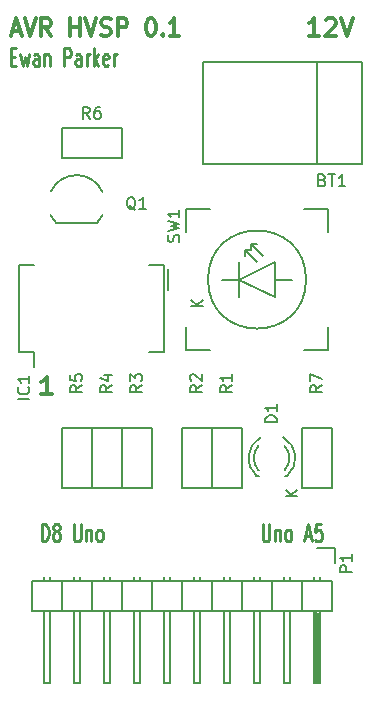
<source format=gbr>
G04 #@! TF.FileFunction,Legend,Top*
%FSLAX46Y46*%
G04 Gerber Fmt 4.6, Leading zero omitted, Abs format (unit mm)*
G04 Created by KiCad (PCBNEW 4.0.2+dfsg1-stable) date Thu 08 Aug 2019 19:13:25 BST*
%MOMM*%
G01*
G04 APERTURE LIST*
%ADD10C,0.100000*%
%ADD11C,0.300000*%
%ADD12C,0.250000*%
%ADD13C,0.150000*%
G04 APERTURE END LIST*
D10*
D11*
X140128572Y-117772571D02*
X139271429Y-117772571D01*
X139700001Y-117772571D02*
X139700001Y-116272571D01*
X139557144Y-116486857D01*
X139414286Y-116629714D01*
X139271429Y-116701143D01*
X162774429Y-87419571D02*
X161917286Y-87419571D01*
X162345858Y-87419571D02*
X162345858Y-85919571D01*
X162203001Y-86133857D01*
X162060143Y-86276714D01*
X161917286Y-86348143D01*
X163345857Y-86062429D02*
X163417286Y-85991000D01*
X163560143Y-85919571D01*
X163917286Y-85919571D01*
X164060143Y-85991000D01*
X164131572Y-86062429D01*
X164203000Y-86205286D01*
X164203000Y-86348143D01*
X164131572Y-86562429D01*
X163274429Y-87419571D01*
X164203000Y-87419571D01*
X164631571Y-85919571D02*
X165131571Y-87419571D01*
X165631571Y-85919571D01*
D12*
X136668428Y-89173857D02*
X137001762Y-89173857D01*
X137144619Y-89959571D02*
X136668428Y-89959571D01*
X136668428Y-88459571D01*
X137144619Y-88459571D01*
X137477952Y-88959571D02*
X137668428Y-89959571D01*
X137858905Y-89245286D01*
X138049381Y-89959571D01*
X138239857Y-88959571D01*
X139049381Y-89959571D02*
X139049381Y-89173857D01*
X139001762Y-89031000D01*
X138906524Y-88959571D01*
X138716047Y-88959571D01*
X138620809Y-89031000D01*
X139049381Y-89888143D02*
X138954143Y-89959571D01*
X138716047Y-89959571D01*
X138620809Y-89888143D01*
X138573190Y-89745286D01*
X138573190Y-89602429D01*
X138620809Y-89459571D01*
X138716047Y-89388143D01*
X138954143Y-89388143D01*
X139049381Y-89316714D01*
X139525571Y-88959571D02*
X139525571Y-89959571D01*
X139525571Y-89102429D02*
X139573190Y-89031000D01*
X139668428Y-88959571D01*
X139811286Y-88959571D01*
X139906524Y-89031000D01*
X139954143Y-89173857D01*
X139954143Y-89959571D01*
X141192238Y-89959571D02*
X141192238Y-88459571D01*
X141573191Y-88459571D01*
X141668429Y-88531000D01*
X141716048Y-88602429D01*
X141763667Y-88745286D01*
X141763667Y-88959571D01*
X141716048Y-89102429D01*
X141668429Y-89173857D01*
X141573191Y-89245286D01*
X141192238Y-89245286D01*
X142620810Y-89959571D02*
X142620810Y-89173857D01*
X142573191Y-89031000D01*
X142477953Y-88959571D01*
X142287476Y-88959571D01*
X142192238Y-89031000D01*
X142620810Y-89888143D02*
X142525572Y-89959571D01*
X142287476Y-89959571D01*
X142192238Y-89888143D01*
X142144619Y-89745286D01*
X142144619Y-89602429D01*
X142192238Y-89459571D01*
X142287476Y-89388143D01*
X142525572Y-89388143D01*
X142620810Y-89316714D01*
X143097000Y-89959571D02*
X143097000Y-88959571D01*
X143097000Y-89245286D02*
X143144619Y-89102429D01*
X143192238Y-89031000D01*
X143287476Y-88959571D01*
X143382715Y-88959571D01*
X143716048Y-89959571D02*
X143716048Y-88459571D01*
X143811286Y-89388143D02*
X144097001Y-89959571D01*
X144097001Y-88959571D02*
X143716048Y-89531000D01*
X144906525Y-89888143D02*
X144811287Y-89959571D01*
X144620810Y-89959571D01*
X144525572Y-89888143D01*
X144477953Y-89745286D01*
X144477953Y-89173857D01*
X144525572Y-89031000D01*
X144620810Y-88959571D01*
X144811287Y-88959571D01*
X144906525Y-89031000D01*
X144954144Y-89173857D01*
X144954144Y-89316714D01*
X144477953Y-89459571D01*
X145382715Y-89959571D02*
X145382715Y-88959571D01*
X145382715Y-89245286D02*
X145430334Y-89102429D01*
X145477953Y-89031000D01*
X145573191Y-88959571D01*
X145668430Y-88959571D01*
D11*
X136791667Y-86991000D02*
X137458333Y-86991000D01*
X136658333Y-87419571D02*
X137125000Y-85919571D01*
X137591667Y-87419571D01*
X137858333Y-85919571D02*
X138325000Y-87419571D01*
X138791667Y-85919571D01*
X140058333Y-87419571D02*
X139591667Y-86705286D01*
X139258333Y-87419571D02*
X139258333Y-85919571D01*
X139791667Y-85919571D01*
X139925000Y-85991000D01*
X139991667Y-86062429D01*
X140058333Y-86205286D01*
X140058333Y-86419571D01*
X139991667Y-86562429D01*
X139925000Y-86633857D01*
X139791667Y-86705286D01*
X139258333Y-86705286D01*
X141725000Y-87419571D02*
X141725000Y-85919571D01*
X141725000Y-86633857D02*
X142525000Y-86633857D01*
X142525000Y-87419571D02*
X142525000Y-85919571D01*
X142991667Y-85919571D02*
X143458334Y-87419571D01*
X143925001Y-85919571D01*
X144325001Y-87348143D02*
X144525001Y-87419571D01*
X144858334Y-87419571D01*
X144991667Y-87348143D01*
X145058334Y-87276714D01*
X145125001Y-87133857D01*
X145125001Y-86991000D01*
X145058334Y-86848143D01*
X144991667Y-86776714D01*
X144858334Y-86705286D01*
X144591667Y-86633857D01*
X144458334Y-86562429D01*
X144391667Y-86491000D01*
X144325001Y-86348143D01*
X144325001Y-86205286D01*
X144391667Y-86062429D01*
X144458334Y-85991000D01*
X144591667Y-85919571D01*
X144925001Y-85919571D01*
X145125001Y-85991000D01*
X145725000Y-87419571D02*
X145725000Y-85919571D01*
X146258334Y-85919571D01*
X146391667Y-85991000D01*
X146458334Y-86062429D01*
X146525000Y-86205286D01*
X146525000Y-86419571D01*
X146458334Y-86562429D01*
X146391667Y-86633857D01*
X146258334Y-86705286D01*
X145725000Y-86705286D01*
X148458334Y-85919571D02*
X148591667Y-85919571D01*
X148725001Y-85991000D01*
X148791667Y-86062429D01*
X148858334Y-86205286D01*
X148925001Y-86491000D01*
X148925001Y-86848143D01*
X148858334Y-87133857D01*
X148791667Y-87276714D01*
X148725001Y-87348143D01*
X148591667Y-87419571D01*
X148458334Y-87419571D01*
X148325001Y-87348143D01*
X148258334Y-87276714D01*
X148191667Y-87133857D01*
X148125001Y-86848143D01*
X148125001Y-86491000D01*
X148191667Y-86205286D01*
X148258334Y-86062429D01*
X148325001Y-85991000D01*
X148458334Y-85919571D01*
X149525000Y-87276714D02*
X149591667Y-87348143D01*
X149525000Y-87419571D01*
X149458334Y-87348143D01*
X149525000Y-87276714D01*
X149525000Y-87419571D01*
X150925001Y-87419571D02*
X150125001Y-87419571D01*
X150525001Y-87419571D02*
X150525001Y-85919571D01*
X150391667Y-86133857D01*
X150258334Y-86276714D01*
X150125001Y-86348143D01*
D12*
X158004523Y-128718571D02*
X158004523Y-129932857D01*
X158052142Y-130075714D01*
X158099761Y-130147143D01*
X158194999Y-130218571D01*
X158385476Y-130218571D01*
X158480714Y-130147143D01*
X158528333Y-130075714D01*
X158575952Y-129932857D01*
X158575952Y-128718571D01*
X159052142Y-129218571D02*
X159052142Y-130218571D01*
X159052142Y-129361429D02*
X159099761Y-129290000D01*
X159194999Y-129218571D01*
X159337857Y-129218571D01*
X159433095Y-129290000D01*
X159480714Y-129432857D01*
X159480714Y-130218571D01*
X160099761Y-130218571D02*
X160004523Y-130147143D01*
X159956904Y-130075714D01*
X159909285Y-129932857D01*
X159909285Y-129504286D01*
X159956904Y-129361429D01*
X160004523Y-129290000D01*
X160099761Y-129218571D01*
X160242619Y-129218571D01*
X160337857Y-129290000D01*
X160385476Y-129361429D01*
X160433095Y-129504286D01*
X160433095Y-129932857D01*
X160385476Y-130075714D01*
X160337857Y-130147143D01*
X160242619Y-130218571D01*
X160099761Y-130218571D01*
X161575952Y-129790000D02*
X162052143Y-129790000D01*
X161480714Y-130218571D02*
X161814047Y-128718571D01*
X162147381Y-130218571D01*
X162956905Y-128718571D02*
X162480714Y-128718571D01*
X162433095Y-129432857D01*
X162480714Y-129361429D01*
X162575952Y-129290000D01*
X162814048Y-129290000D01*
X162909286Y-129361429D01*
X162956905Y-129432857D01*
X163004524Y-129575714D01*
X163004524Y-129932857D01*
X162956905Y-130075714D01*
X162909286Y-130147143D01*
X162814048Y-130218571D01*
X162575952Y-130218571D01*
X162480714Y-130147143D01*
X162433095Y-130075714D01*
X139303095Y-130218571D02*
X139303095Y-128718571D01*
X139541190Y-128718571D01*
X139684048Y-128790000D01*
X139779286Y-128932857D01*
X139826905Y-129075714D01*
X139874524Y-129361429D01*
X139874524Y-129575714D01*
X139826905Y-129861429D01*
X139779286Y-130004286D01*
X139684048Y-130147143D01*
X139541190Y-130218571D01*
X139303095Y-130218571D01*
X140445952Y-129361429D02*
X140350714Y-129290000D01*
X140303095Y-129218571D01*
X140255476Y-129075714D01*
X140255476Y-129004286D01*
X140303095Y-128861429D01*
X140350714Y-128790000D01*
X140445952Y-128718571D01*
X140636429Y-128718571D01*
X140731667Y-128790000D01*
X140779286Y-128861429D01*
X140826905Y-129004286D01*
X140826905Y-129075714D01*
X140779286Y-129218571D01*
X140731667Y-129290000D01*
X140636429Y-129361429D01*
X140445952Y-129361429D01*
X140350714Y-129432857D01*
X140303095Y-129504286D01*
X140255476Y-129647143D01*
X140255476Y-129932857D01*
X140303095Y-130075714D01*
X140350714Y-130147143D01*
X140445952Y-130218571D01*
X140636429Y-130218571D01*
X140731667Y-130147143D01*
X140779286Y-130075714D01*
X140826905Y-129932857D01*
X140826905Y-129647143D01*
X140779286Y-129504286D01*
X140731667Y-129432857D01*
X140636429Y-129361429D01*
X142017381Y-128718571D02*
X142017381Y-129932857D01*
X142065000Y-130075714D01*
X142112619Y-130147143D01*
X142207857Y-130218571D01*
X142398334Y-130218571D01*
X142493572Y-130147143D01*
X142541191Y-130075714D01*
X142588810Y-129932857D01*
X142588810Y-128718571D01*
X143065000Y-129218571D02*
X143065000Y-130218571D01*
X143065000Y-129361429D02*
X143112619Y-129290000D01*
X143207857Y-129218571D01*
X143350715Y-129218571D01*
X143445953Y-129290000D01*
X143493572Y-129432857D01*
X143493572Y-130218571D01*
X144112619Y-130218571D02*
X144017381Y-130147143D01*
X143969762Y-130075714D01*
X143922143Y-129932857D01*
X143922143Y-129504286D01*
X143969762Y-129361429D01*
X144017381Y-129290000D01*
X144112619Y-129218571D01*
X144255477Y-129218571D01*
X144350715Y-129290000D01*
X144398334Y-129361429D01*
X144445953Y-129504286D01*
X144445953Y-129932857D01*
X144398334Y-130075714D01*
X144350715Y-130147143D01*
X144255477Y-130218571D01*
X144112619Y-130218571D01*
D13*
X137405000Y-114165000D02*
X138675000Y-114165000D01*
X137405000Y-106815000D02*
X138675000Y-106815000D01*
X149615000Y-106815000D02*
X148345000Y-106815000D01*
X149615000Y-114165000D02*
X148345000Y-114165000D01*
X137405000Y-114165000D02*
X137405000Y-106815000D01*
X149615000Y-114165000D02*
X149615000Y-106815000D01*
X138675000Y-114165000D02*
X138675000Y-115450000D01*
X140052305Y-102596990D02*
G75*
G03X140540000Y-103300000I2187695J996990D01*
G01*
X144427695Y-102596990D02*
G75*
G02X143940000Y-103300000I-2187695J996990D01*
G01*
X140540000Y-103300000D02*
X143940000Y-103300000D01*
X140055121Y-100606873D02*
G75*
G02X142240000Y-99200000I2184879J-993127D01*
G01*
X144424879Y-100606873D02*
G75*
G03X142240000Y-99200000I-2184879J-993127D01*
G01*
X165608000Y-98298000D02*
X166370000Y-98298000D01*
X166370000Y-98298000D02*
X166370000Y-89662000D01*
X166370000Y-89662000D02*
X165608000Y-89662000D01*
X162560000Y-98298000D02*
X162560000Y-89662000D01*
X152908000Y-98298000D02*
X152908000Y-89662000D01*
X165608000Y-89662000D02*
X152908000Y-89662000D01*
X165608000Y-98298000D02*
X152908000Y-98298000D01*
X156210000Y-120650000D02*
X156210000Y-125730000D01*
X156210000Y-125730000D02*
X153670000Y-125730000D01*
X153670000Y-125730000D02*
X153670000Y-120650000D01*
X153670000Y-120650000D02*
X156210000Y-120650000D01*
X153670000Y-120650000D02*
X153670000Y-125730000D01*
X153670000Y-125730000D02*
X151130000Y-125730000D01*
X151130000Y-125730000D02*
X151130000Y-120650000D01*
X151130000Y-120650000D02*
X153670000Y-120650000D01*
X148590000Y-120650000D02*
X148590000Y-125730000D01*
X148590000Y-125730000D02*
X146050000Y-125730000D01*
X146050000Y-125730000D02*
X146050000Y-120650000D01*
X146050000Y-120650000D02*
X148590000Y-120650000D01*
X146050000Y-120650000D02*
X146050000Y-125730000D01*
X146050000Y-125730000D02*
X143510000Y-125730000D01*
X143510000Y-125730000D02*
X143510000Y-120650000D01*
X143510000Y-120650000D02*
X146050000Y-120650000D01*
X143510000Y-120650000D02*
X143510000Y-125730000D01*
X143510000Y-125730000D02*
X140970000Y-125730000D01*
X140970000Y-125730000D02*
X140970000Y-120650000D01*
X140970000Y-120650000D02*
X143510000Y-120650000D01*
X140970000Y-95250000D02*
X146050000Y-95250000D01*
X146050000Y-95250000D02*
X146050000Y-97790000D01*
X146050000Y-97790000D02*
X140970000Y-97790000D01*
X140970000Y-97790000D02*
X140970000Y-95250000D01*
X161290000Y-125730000D02*
X161290000Y-120650000D01*
X161290000Y-120650000D02*
X163830000Y-120650000D01*
X163830000Y-120650000D02*
X163830000Y-125730000D01*
X163830000Y-125730000D02*
X161290000Y-125730000D01*
X164110000Y-130780000D02*
X162560000Y-130780000D01*
X164110000Y-132080000D02*
X164110000Y-130780000D01*
X162687000Y-136271000D02*
X162687000Y-142113000D01*
X162687000Y-142113000D02*
X162433000Y-142113000D01*
X162433000Y-142113000D02*
X162433000Y-136271000D01*
X162433000Y-136271000D02*
X162560000Y-136271000D01*
X162560000Y-136271000D02*
X162560000Y-142113000D01*
X145034000Y-133604000D02*
X145034000Y-133223000D01*
X144526000Y-133604000D02*
X144526000Y-133223000D01*
X142494000Y-133604000D02*
X142494000Y-133223000D01*
X141986000Y-133604000D02*
X141986000Y-133223000D01*
X139954000Y-133604000D02*
X139954000Y-133223000D01*
X139446000Y-133604000D02*
X139446000Y-133223000D01*
X162814000Y-133604000D02*
X162814000Y-133223000D01*
X162306000Y-133604000D02*
X162306000Y-133223000D01*
X160274000Y-133604000D02*
X160274000Y-133223000D01*
X159766000Y-133604000D02*
X159766000Y-133223000D01*
X157734000Y-133604000D02*
X157734000Y-133223000D01*
X157226000Y-133604000D02*
X157226000Y-133223000D01*
X147066000Y-133604000D02*
X147066000Y-133223000D01*
X147574000Y-133604000D02*
X147574000Y-133223000D01*
X149606000Y-133604000D02*
X149606000Y-133223000D01*
X150114000Y-133604000D02*
X150114000Y-133223000D01*
X152146000Y-133604000D02*
X152146000Y-133223000D01*
X152654000Y-133604000D02*
X152654000Y-133223000D01*
X154686000Y-133604000D02*
X154686000Y-133223000D01*
X155194000Y-133604000D02*
X155194000Y-133223000D01*
X148590000Y-133604000D02*
X148590000Y-136144000D01*
X148590000Y-133604000D02*
X146050000Y-133604000D01*
X146050000Y-133604000D02*
X146050000Y-136144000D01*
X147574000Y-136144000D02*
X147574000Y-142240000D01*
X147574000Y-142240000D02*
X147066000Y-142240000D01*
X147066000Y-142240000D02*
X147066000Y-136144000D01*
X146050000Y-136144000D02*
X148590000Y-136144000D01*
X143510000Y-136144000D02*
X146050000Y-136144000D01*
X144526000Y-142240000D02*
X144526000Y-136144000D01*
X145034000Y-142240000D02*
X144526000Y-142240000D01*
X145034000Y-136144000D02*
X145034000Y-142240000D01*
X143510000Y-133604000D02*
X143510000Y-136144000D01*
X146050000Y-133604000D02*
X143510000Y-133604000D01*
X146050000Y-133604000D02*
X146050000Y-136144000D01*
X140970000Y-133604000D02*
X140970000Y-136144000D01*
X140970000Y-133604000D02*
X138430000Y-133604000D01*
X139954000Y-136144000D02*
X139954000Y-142240000D01*
X139954000Y-142240000D02*
X139446000Y-142240000D01*
X139446000Y-142240000D02*
X139446000Y-136144000D01*
X138430000Y-136144000D02*
X140970000Y-136144000D01*
X140970000Y-136144000D02*
X143510000Y-136144000D01*
X141986000Y-142240000D02*
X141986000Y-136144000D01*
X142494000Y-142240000D02*
X141986000Y-142240000D01*
X142494000Y-136144000D02*
X142494000Y-142240000D01*
X140970000Y-133604000D02*
X140970000Y-136144000D01*
X143510000Y-133604000D02*
X140970000Y-133604000D01*
X143510000Y-133604000D02*
X143510000Y-136144000D01*
X138430000Y-133604000D02*
X138430000Y-136144000D01*
X163830000Y-133604000D02*
X163830000Y-136144000D01*
X161290000Y-133604000D02*
X161290000Y-136144000D01*
X161290000Y-133604000D02*
X158750000Y-133604000D01*
X158750000Y-133604000D02*
X158750000Y-136144000D01*
X160274000Y-136144000D02*
X160274000Y-142240000D01*
X160274000Y-142240000D02*
X159766000Y-142240000D01*
X159766000Y-142240000D02*
X159766000Y-136144000D01*
X158750000Y-136144000D02*
X161290000Y-136144000D01*
X161290000Y-136144000D02*
X163830000Y-136144000D01*
X162306000Y-142240000D02*
X162306000Y-136144000D01*
X162814000Y-142240000D02*
X162306000Y-142240000D01*
X162814000Y-136144000D02*
X162814000Y-142240000D01*
X161290000Y-133604000D02*
X161290000Y-136144000D01*
X163830000Y-133604000D02*
X161290000Y-133604000D01*
X153670000Y-133604000D02*
X153670000Y-136144000D01*
X153670000Y-133604000D02*
X151130000Y-133604000D01*
X151130000Y-133604000D02*
X151130000Y-136144000D01*
X152654000Y-136144000D02*
X152654000Y-142240000D01*
X152654000Y-142240000D02*
X152146000Y-142240000D01*
X152146000Y-142240000D02*
X152146000Y-136144000D01*
X151130000Y-136144000D02*
X153670000Y-136144000D01*
X148590000Y-136144000D02*
X151130000Y-136144000D01*
X149606000Y-142240000D02*
X149606000Y-136144000D01*
X150114000Y-142240000D02*
X149606000Y-142240000D01*
X150114000Y-136144000D02*
X150114000Y-142240000D01*
X148590000Y-133604000D02*
X148590000Y-136144000D01*
X151130000Y-133604000D02*
X148590000Y-133604000D01*
X151130000Y-133604000D02*
X151130000Y-136144000D01*
X156210000Y-133604000D02*
X156210000Y-136144000D01*
X156210000Y-133604000D02*
X153670000Y-133604000D01*
X153670000Y-133604000D02*
X153670000Y-136144000D01*
X155194000Y-136144000D02*
X155194000Y-142240000D01*
X155194000Y-142240000D02*
X154686000Y-142240000D01*
X154686000Y-142240000D02*
X154686000Y-136144000D01*
X153670000Y-136144000D02*
X156210000Y-136144000D01*
X156210000Y-136144000D02*
X158750000Y-136144000D01*
X157226000Y-142240000D02*
X157226000Y-136144000D01*
X157734000Y-142240000D02*
X157226000Y-142240000D01*
X157734000Y-136144000D02*
X157734000Y-142240000D01*
X156210000Y-133604000D02*
X156210000Y-136144000D01*
X158750000Y-133604000D02*
X156210000Y-133604000D01*
X158750000Y-133604000D02*
X158750000Y-136144000D01*
X151520000Y-102050000D02*
X153520000Y-102050000D01*
X163520000Y-114050000D02*
X161520000Y-114050000D01*
X156520000Y-105550000D02*
X156520000Y-106050000D01*
X157020000Y-105550000D02*
X156520000Y-105550000D01*
X157020000Y-105050000D02*
X157020000Y-105550000D01*
X157520000Y-105050000D02*
X157020000Y-105050000D01*
X157520000Y-106550000D02*
X156520000Y-105550000D01*
X158020000Y-106050000D02*
X157020000Y-105050000D01*
X163520000Y-112050000D02*
X163520000Y-114050000D01*
X163520000Y-102050000D02*
X163520000Y-104050000D01*
X154520000Y-108050000D02*
X156020000Y-108050000D01*
X160520000Y-108050000D02*
X159020000Y-108050000D01*
X156020000Y-106550000D02*
X156020000Y-109550000D01*
X156020000Y-108050000D02*
X159020000Y-106550000D01*
X159020000Y-109550000D02*
X156020000Y-108050000D01*
X159020000Y-106550000D02*
X159020000Y-109550000D01*
X161670000Y-108050000D02*
G75*
G03X161670000Y-108050000I-4150000J0D01*
G01*
X151520000Y-114050000D02*
X153520000Y-114050000D01*
X163520000Y-102050000D02*
X161520000Y-102050000D01*
X151520000Y-114050000D02*
X151520000Y-112050000D01*
X150015000Y-108950000D02*
X150015000Y-107150000D01*
X151520000Y-104050000D02*
X151520000Y-102050000D01*
X160064000Y-124659000D02*
X159864000Y-124659000D01*
X157470000Y-124659000D02*
X157650000Y-124659000D01*
X157780357Y-121431256D02*
G75*
G03X157464000Y-124659000I1003643J-1727744D01*
G01*
X157650932Y-122106994D02*
G75*
G03X157650000Y-124210000I1133068J-1052006D01*
G01*
X160090726Y-124646220D02*
G75*
G03X159744000Y-121409000I-1306726J1497220D01*
G01*
X159863253Y-124172889D02*
G75*
G03X159844000Y-122125000I-1079253J1013889D01*
G01*
X138247381Y-118197190D02*
X137247381Y-118197190D01*
X138152143Y-117149571D02*
X138199762Y-117197190D01*
X138247381Y-117340047D01*
X138247381Y-117435285D01*
X138199762Y-117578143D01*
X138104524Y-117673381D01*
X138009286Y-117721000D01*
X137818810Y-117768619D01*
X137675952Y-117768619D01*
X137485476Y-117721000D01*
X137390238Y-117673381D01*
X137295000Y-117578143D01*
X137247381Y-117435285D01*
X137247381Y-117340047D01*
X137295000Y-117197190D01*
X137342619Y-117149571D01*
X138247381Y-116197190D02*
X138247381Y-116768619D01*
X138247381Y-116482905D02*
X137247381Y-116482905D01*
X137390238Y-116578143D01*
X137485476Y-116673381D01*
X137533095Y-116768619D01*
X147224762Y-102147619D02*
X147129524Y-102100000D01*
X147034286Y-102004762D01*
X146891429Y-101861905D01*
X146796190Y-101814286D01*
X146700952Y-101814286D01*
X146748571Y-102052381D02*
X146653333Y-102004762D01*
X146558095Y-101909524D01*
X146510476Y-101719048D01*
X146510476Y-101385714D01*
X146558095Y-101195238D01*
X146653333Y-101100000D01*
X146748571Y-101052381D01*
X146939048Y-101052381D01*
X147034286Y-101100000D01*
X147129524Y-101195238D01*
X147177143Y-101385714D01*
X147177143Y-101719048D01*
X147129524Y-101909524D01*
X147034286Y-102004762D01*
X146939048Y-102052381D01*
X146748571Y-102052381D01*
X148129524Y-102052381D02*
X147558095Y-102052381D01*
X147843809Y-102052381D02*
X147843809Y-101052381D01*
X147748571Y-101195238D01*
X147653333Y-101290476D01*
X147558095Y-101338095D01*
X163044286Y-99623571D02*
X163187143Y-99671190D01*
X163234762Y-99718810D01*
X163282381Y-99814048D01*
X163282381Y-99956905D01*
X163234762Y-100052143D01*
X163187143Y-100099762D01*
X163091905Y-100147381D01*
X162710952Y-100147381D01*
X162710952Y-99147381D01*
X163044286Y-99147381D01*
X163139524Y-99195000D01*
X163187143Y-99242619D01*
X163234762Y-99337857D01*
X163234762Y-99433095D01*
X163187143Y-99528333D01*
X163139524Y-99575952D01*
X163044286Y-99623571D01*
X162710952Y-99623571D01*
X163568095Y-99147381D02*
X164139524Y-99147381D01*
X163853809Y-100147381D02*
X163853809Y-99147381D01*
X164996667Y-100147381D02*
X164425238Y-100147381D01*
X164710952Y-100147381D02*
X164710952Y-99147381D01*
X164615714Y-99290238D01*
X164520476Y-99385476D01*
X164425238Y-99433095D01*
X155392381Y-117006666D02*
X154916190Y-117340000D01*
X155392381Y-117578095D02*
X154392381Y-117578095D01*
X154392381Y-117197142D01*
X154440000Y-117101904D01*
X154487619Y-117054285D01*
X154582857Y-117006666D01*
X154725714Y-117006666D01*
X154820952Y-117054285D01*
X154868571Y-117101904D01*
X154916190Y-117197142D01*
X154916190Y-117578095D01*
X155392381Y-116054285D02*
X155392381Y-116625714D01*
X155392381Y-116340000D02*
X154392381Y-116340000D01*
X154535238Y-116435238D01*
X154630476Y-116530476D01*
X154678095Y-116625714D01*
X152852381Y-117006666D02*
X152376190Y-117340000D01*
X152852381Y-117578095D02*
X151852381Y-117578095D01*
X151852381Y-117197142D01*
X151900000Y-117101904D01*
X151947619Y-117054285D01*
X152042857Y-117006666D01*
X152185714Y-117006666D01*
X152280952Y-117054285D01*
X152328571Y-117101904D01*
X152376190Y-117197142D01*
X152376190Y-117578095D01*
X151947619Y-116625714D02*
X151900000Y-116578095D01*
X151852381Y-116482857D01*
X151852381Y-116244761D01*
X151900000Y-116149523D01*
X151947619Y-116101904D01*
X152042857Y-116054285D01*
X152138095Y-116054285D01*
X152280952Y-116101904D01*
X152852381Y-116673333D01*
X152852381Y-116054285D01*
X147772381Y-117006666D02*
X147296190Y-117340000D01*
X147772381Y-117578095D02*
X146772381Y-117578095D01*
X146772381Y-117197142D01*
X146820000Y-117101904D01*
X146867619Y-117054285D01*
X146962857Y-117006666D01*
X147105714Y-117006666D01*
X147200952Y-117054285D01*
X147248571Y-117101904D01*
X147296190Y-117197142D01*
X147296190Y-117578095D01*
X146772381Y-116673333D02*
X146772381Y-116054285D01*
X147153333Y-116387619D01*
X147153333Y-116244761D01*
X147200952Y-116149523D01*
X147248571Y-116101904D01*
X147343810Y-116054285D01*
X147581905Y-116054285D01*
X147677143Y-116101904D01*
X147724762Y-116149523D01*
X147772381Y-116244761D01*
X147772381Y-116530476D01*
X147724762Y-116625714D01*
X147677143Y-116673333D01*
X145232381Y-117006666D02*
X144756190Y-117340000D01*
X145232381Y-117578095D02*
X144232381Y-117578095D01*
X144232381Y-117197142D01*
X144280000Y-117101904D01*
X144327619Y-117054285D01*
X144422857Y-117006666D01*
X144565714Y-117006666D01*
X144660952Y-117054285D01*
X144708571Y-117101904D01*
X144756190Y-117197142D01*
X144756190Y-117578095D01*
X144565714Y-116149523D02*
X145232381Y-116149523D01*
X144184762Y-116387619D02*
X144899048Y-116625714D01*
X144899048Y-116006666D01*
X142692381Y-117006666D02*
X142216190Y-117340000D01*
X142692381Y-117578095D02*
X141692381Y-117578095D01*
X141692381Y-117197142D01*
X141740000Y-117101904D01*
X141787619Y-117054285D01*
X141882857Y-117006666D01*
X142025714Y-117006666D01*
X142120952Y-117054285D01*
X142168571Y-117101904D01*
X142216190Y-117197142D01*
X142216190Y-117578095D01*
X141692381Y-116101904D02*
X141692381Y-116578095D01*
X142168571Y-116625714D01*
X142120952Y-116578095D01*
X142073333Y-116482857D01*
X142073333Y-116244761D01*
X142120952Y-116149523D01*
X142168571Y-116101904D01*
X142263810Y-116054285D01*
X142501905Y-116054285D01*
X142597143Y-116101904D01*
X142644762Y-116149523D01*
X142692381Y-116244761D01*
X142692381Y-116482857D01*
X142644762Y-116578095D01*
X142597143Y-116625714D01*
X143343334Y-94432381D02*
X143010000Y-93956190D01*
X142771905Y-94432381D02*
X142771905Y-93432381D01*
X143152858Y-93432381D01*
X143248096Y-93480000D01*
X143295715Y-93527619D01*
X143343334Y-93622857D01*
X143343334Y-93765714D01*
X143295715Y-93860952D01*
X143248096Y-93908571D01*
X143152858Y-93956190D01*
X142771905Y-93956190D01*
X144200477Y-93432381D02*
X144010000Y-93432381D01*
X143914762Y-93480000D01*
X143867143Y-93527619D01*
X143771905Y-93670476D01*
X143724286Y-93860952D01*
X143724286Y-94241905D01*
X143771905Y-94337143D01*
X143819524Y-94384762D01*
X143914762Y-94432381D01*
X144105239Y-94432381D01*
X144200477Y-94384762D01*
X144248096Y-94337143D01*
X144295715Y-94241905D01*
X144295715Y-94003810D01*
X144248096Y-93908571D01*
X144200477Y-93860952D01*
X144105239Y-93813333D01*
X143914762Y-93813333D01*
X143819524Y-93860952D01*
X143771905Y-93908571D01*
X143724286Y-94003810D01*
X163012381Y-117006666D02*
X162536190Y-117340000D01*
X163012381Y-117578095D02*
X162012381Y-117578095D01*
X162012381Y-117197142D01*
X162060000Y-117101904D01*
X162107619Y-117054285D01*
X162202857Y-117006666D01*
X162345714Y-117006666D01*
X162440952Y-117054285D01*
X162488571Y-117101904D01*
X162536190Y-117197142D01*
X162536190Y-117578095D01*
X162012381Y-116673333D02*
X162012381Y-116006666D01*
X163012381Y-116435238D01*
X165552381Y-132818095D02*
X164552381Y-132818095D01*
X164552381Y-132437142D01*
X164600000Y-132341904D01*
X164647619Y-132294285D01*
X164742857Y-132246666D01*
X164885714Y-132246666D01*
X164980952Y-132294285D01*
X165028571Y-132341904D01*
X165076190Y-132437142D01*
X165076190Y-132818095D01*
X165552381Y-131294285D02*
X165552381Y-131865714D01*
X165552381Y-131580000D02*
X164552381Y-131580000D01*
X164695238Y-131675238D01*
X164790476Y-131770476D01*
X164838095Y-131865714D01*
X150899762Y-104838333D02*
X150947381Y-104695476D01*
X150947381Y-104457380D01*
X150899762Y-104362142D01*
X150852143Y-104314523D01*
X150756905Y-104266904D01*
X150661667Y-104266904D01*
X150566429Y-104314523D01*
X150518810Y-104362142D01*
X150471190Y-104457380D01*
X150423571Y-104647857D01*
X150375952Y-104743095D01*
X150328333Y-104790714D01*
X150233095Y-104838333D01*
X150137857Y-104838333D01*
X150042619Y-104790714D01*
X149995000Y-104743095D01*
X149947381Y-104647857D01*
X149947381Y-104409761D01*
X149995000Y-104266904D01*
X149947381Y-103933571D02*
X150947381Y-103695476D01*
X150233095Y-103504999D01*
X150947381Y-103314523D01*
X149947381Y-103076428D01*
X150947381Y-102171666D02*
X150947381Y-102743095D01*
X150947381Y-102457381D02*
X149947381Y-102457381D01*
X150090238Y-102552619D01*
X150185476Y-102647857D01*
X150233095Y-102743095D01*
X152972381Y-110311905D02*
X151972381Y-110311905D01*
X152972381Y-109740476D02*
X152400952Y-110169048D01*
X151972381Y-109740476D02*
X152543810Y-110311905D01*
X159202381Y-120118095D02*
X158202381Y-120118095D01*
X158202381Y-119880000D01*
X158250000Y-119737142D01*
X158345238Y-119641904D01*
X158440476Y-119594285D01*
X158630952Y-119546666D01*
X158773810Y-119546666D01*
X158964286Y-119594285D01*
X159059524Y-119641904D01*
X159154762Y-119737142D01*
X159202381Y-119880000D01*
X159202381Y-120118095D01*
X159202381Y-118594285D02*
X159202381Y-119165714D01*
X159202381Y-118880000D02*
X158202381Y-118880000D01*
X158345238Y-118975238D01*
X158440476Y-119070476D01*
X158488095Y-119165714D01*
X160942381Y-126411905D02*
X159942381Y-126411905D01*
X160942381Y-125840476D02*
X160370952Y-126269048D01*
X159942381Y-125840476D02*
X160513810Y-126411905D01*
M02*

</source>
